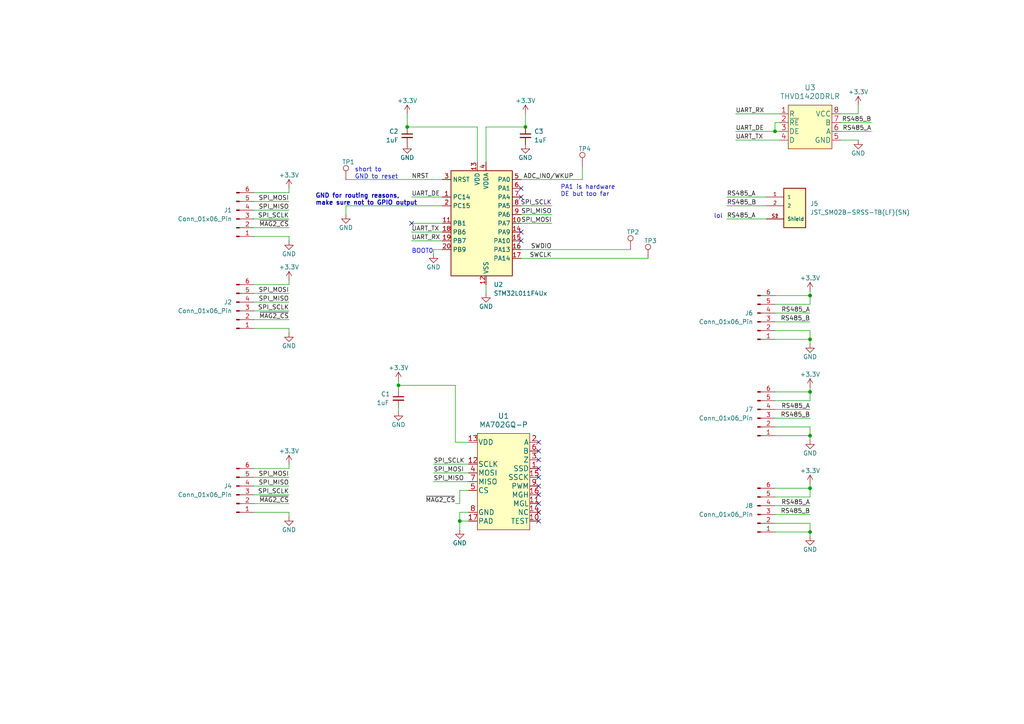
<source format=kicad_sch>
(kicad_sch (version 20230121) (generator eeschema)
  (paper "A4")
  (lib_symbols
    (symbol "Connector:Conn_01x06_Pin" (pin_names (offset 1.016) hide)
      (property "Reference" "J" (at 0 7.62 0))
      (property "Value" "Conn_01x06_Pin" (at 0 -10.16 0))
      (symbol "Conn_01x06_Pin_1_1"
        (polyline (pts (xy 1.27 -7.62) (xy 0.8636 -7.62)) (stroke (width 0.1524)))
        (polyline (pts (xy 1.27 -5.08) (xy 0.8636 -5.08)) (stroke (width 0.1524)))
        (polyline (pts (xy 1.27 -2.54) (xy 0.8636 -2.54)) (stroke (width 0.1524)))
        (polyline (pts (xy 1.27 0) (xy 0.8636 0)) (stroke (width 0.1524)))
        (polyline (pts (xy 1.27 2.54) (xy 0.8636 2.54)) (stroke (width 0.1524)))
        (polyline (pts (xy 1.27 5.08) (xy 0.8636 5.08)) (stroke (width 0.1524)))
        (rectangle (start 0.8636 -7.493) (end 0 -7.747) (stroke (width 0.1524)) (fill (type outline)))
        (rectangle (start 0.8636 -4.953) (end 0 -5.207) (stroke (width 0.1524)) (fill (type outline)))
        (rectangle (start 0.8636 -2.413) (end 0 -2.667) (stroke (width 0.1524)) (fill (type outline)))
        (rectangle (start 0.8636 0.127) (end 0 -0.127) (stroke (width 0.1524)) (fill (type outline)))
        (rectangle (start 0.8636 2.667) (end 0 2.413) (stroke (width 0.1524)) (fill (type outline)))
        (rectangle (start 0.8636 5.207) (end 0 4.953) (stroke (width 0.1524)) (fill (type outline)))
        (pin passive line (at 5.08 5.08 180) (length 3.81) (name "Pin_1") (number "1"))
        (pin passive line (at 5.08 2.54 180) (length 3.81) (name "Pin_2") (number "2"))
        (pin passive line (at 5.08 0 180) (length 3.81) (name "Pin_3") (number "3"))
        (pin passive line (at 5.08 -2.54 180) (length 3.81) (name "Pin_4") (number "4"))
        (pin passive line (at 5.08 -5.08 180) (length 3.81) (name "Pin_5") (number "5"))
        (pin passive line (at 5.08 -7.62 180) (length 3.81) (name "Pin_6") (number "6"))
      )
    )
    (symbol "Connector:TestPoint" (pin_numbers hide) (pin_names (offset 0.762) hide)
      (property "Reference" "TP" (at 0 6.858 0))
      (property "Value" "TestPoint" (at 0 5.08 0))
      (symbol "TestPoint_0_1"
        (circle (center 0 3.302) (radius 0.762))
      )
      (symbol "TestPoint_1_1"
        (pin passive line (at 0 0 90) (length 2.54) (name "1") (number "1"))
      )
    )
    (symbol "Device:C_Small" (pin_numbers hide) (pin_names (offset 0.254) hide)
      (property "Reference" "C" (at 0.254 1.778 0))
      (property "Value" "C_Small" (at 0.254 -2.032 0))
      (symbol "C_Small_0_1"
        (polyline (pts (xy -1.524 -0.508) (xy 1.524 -0.508)) (stroke (width 0.3302)))
        (polyline (pts (xy -1.524 0.508) (xy 1.524 0.508)) (stroke (width 0.3048)))
      )
      (symbol "C_Small_1_1"
        (pin passive line (at 0 2.54 270) (length 2.032) (name "~") (number "1"))
        (pin passive line (at 0 -2.54 90) (length 2.032) (name "~") (number "2"))
      )
    )
    (symbol "MCU_ST_STM32L0:STM32L011F4Ux"
      (property "Reference" "U" (at -7.62 16.51 0))
      (property "Value" "STM32L011F4Ux" (at 5.08 16.51 0))
      (symbol "STM32L011F4Ux_0_1"
        (rectangle (start -7.62 -15.24) (end 10.16 15.24) (stroke (width 0.254)) (fill (type background)))
      )
      (symbol "STM32L011F4Ux_1_1"
        (pin bidirectional line (at -10.16 7.62 0) (length 2.54) (name "PC14") (number "1"))
        (pin bidirectional line (at 12.7 0 180) (length 2.54) (name "PA7") (number "10"))
        (pin bidirectional line (at -10.16 0 0) (length 2.54) (name "PB1") (number "11"))
        (pin power_in line (at 2.54 -17.78 90) (length 2.54) (name "VSS") (number "12"))
        (pin power_in line (at 0 17.78 270) (length 2.54) (name "VDD") (number "13"))
        (pin bidirectional line (at 12.7 -2.54 180) (length 2.54) (name "PA9") (number "14"))
        (pin bidirectional line (at 12.7 -5.08 180) (length 2.54) (name "PA10") (number "15"))
        (pin bidirectional line (at 12.7 -7.62 180) (length 2.54) (name "PA13") (number "16"))
        (pin bidirectional line (at 12.7 -10.16 180) (length 2.54) (name "PA14") (number "17"))
        (pin bidirectional line (at -10.16 -2.54 0) (length 2.54) (name "PB6") (number "18"))
        (pin bidirectional line (at -10.16 -5.08 0) (length 2.54) (name "PB7") (number "19"))
        (pin bidirectional line (at -10.16 5.08 0) (length 2.54) (name "PC15") (number "2"))
        (pin bidirectional line (at -10.16 -7.62 0) (length 2.54) (name "PB9") (number "20"))
        (pin input line (at -10.16 12.7 0) (length 2.54) (name "NRST") (number "3"))
        (pin power_in line (at 2.54 17.78 270) (length 2.54) (name "VDDA") (number "4"))
        (pin bidirectional line (at 12.7 12.7 180) (length 2.54) (name "PA0") (number "5"))
        (pin bidirectional line (at 12.7 10.16 180) (length 2.54) (name "PA1") (number "6"))
        (pin bidirectional line (at 12.7 7.62 180) (length 2.54) (name "PA4") (number "7"))
        (pin bidirectional line (at 12.7 5.08 180) (length 2.54) (name "PA5") (number "8"))
        (pin bidirectional line (at 12.7 2.54 180) (length 2.54) (name "PA6") (number "9"))
      )
    )
    (symbol "O32controller:JST_SM02B-SRSS-TB(LF)(SN)" (pin_names (offset 1.016))
      (property "Reference" "J" (at 0 8.89 0))
      (property "Value" "JST_SM02B-SRSS-TB(LF)(SN)" (at -13.9092 6.3682 0))
      (symbol "JST_SM02B-SRSS-TB(LF)(SN)_0_0"
        (rectangle (start -2.54 5.08) (end 3.81 -6.35) (stroke (width 0.254)) (fill (type background)))
        (pin bidirectional line (at -7.62 2.54 0) (length 5.08) (name "1") (number "1"))
        (pin bidirectional line (at -7.62 0 0) (length 5.08) (name "2") (number "2"))
        (pin power_in line (at -7.62 -3.81 0) (length 5.08) (name "Shield") (number "S1"))
        (pin power_in line (at -7.62 -3.81 0) (length 5.08) (name "Shield") (number "S2"))
      )
    )
    (symbol "O32controller:MA702GQ-P" (pin_names (offset 0.254))
      (property "Reference" "U" (at 0 22.86 0))
      (property "Value" "MA702GQ-P" (at 0 20.32 0))
      (symbol "MA702GQ-P_1_1"
        (rectangle (start -7.62 17.78) (end 7.62 -10.16) (fill (type background)))
        (pin output line (at 10.16 7.62 180) (length 2.54) (name "SSD") (number "1"))
        (pin input line (at 10.16 -7.62 180) (length 2.54) (name "TEST") (number "10"))
        (pin output line (at 10.16 -2.54 180) (length 2.54) (name "MGL") (number "11"))
        (pin input line (at -10.16 8.89 0) (length 2.54) (name "SCLK") (number "12"))
        (pin power_in line (at -10.16 15.24 0) (length 2.54) (name "VDD") (number "13"))
        (pin no_connect line (at 10.16 -5.08 180) (length 2.54) (name "NC") (number "14"))
        (pin input line (at 10.16 5.08 180) (length 2.54) (name "SSCK") (number "15"))
        (pin output line (at 10.16 0 180) (length 2.54) (name "MGH") (number "16"))
        (pin power_in line (at -10.16 -7.62 0) (length 2.54) (name "PAD") (number "17"))
        (pin output line (at 10.16 15.24 180) (length 2.54) (name "A") (number "2"))
        (pin output line (at 10.16 10.16 180) (length 2.54) (name "Z") (number "3"))
        (pin input line (at -10.16 6.35 0) (length 2.54) (name "MOSI") (number "4"))
        (pin input line (at -10.16 1.27 0) (length 2.54) (name "CS") (number "5"))
        (pin output line (at 10.16 12.7 180) (length 2.54) (name "B") (number "6"))
        (pin output line (at -10.16 3.81 0) (length 2.54) (name "MISO") (number "7"))
        (pin power_in line (at -10.16 -5.08 0) (length 2.54) (name "GND") (number "8"))
        (pin output line (at 10.16 2.54 180) (length 2.54) (name "PWM") (number "9"))
      )
    )
    (symbol "O32controller:THVD1420DRLR" (pin_names (offset 0.254))
      (property "Reference" "U" (at 0 10.16 0))
      (property "Value" "THVD1420DRLR" (at -1.27 12.7 0))
      (symbol "THVD1420DRLR_1_1"
        (rectangle (start -6.35 6.35) (end 6.35 -6.35) (fill (type background)))
        (pin output line (at -8.89 3.81 0) (length 2.54) (name "R") (number "1"))
        (pin input line (at -8.89 1.27 0) (length 2.54) (name "~{RE}") (number "2"))
        (pin input line (at -8.89 -1.27 0) (length 2.54) (name "DE") (number "3"))
        (pin input line (at -8.89 -3.81 0) (length 2.54) (name "D") (number "4"))
        (pin power_in line (at 8.89 -3.81 180) (length 2.54) (name "GND") (number "5"))
        (pin bidirectional line (at 8.89 -1.27 180) (length 2.54) (name "A") (number "6"))
        (pin bidirectional line (at 8.89 1.27 180) (length 2.54) (name "B") (number "7"))
        (pin power_in line (at 8.89 3.81 180) (length 2.54) (name "VCC") (number "8"))
      )
    )
    (symbol "power:+3.3V" (power) (pin_names (offset 0))
      (property "Value" "+3.3V" (at 0 3.556 0))
      (symbol "+3.3V_0_1"
        (polyline (pts (xy -0.762 1.27) (xy 0 2.54)))
        (polyline (pts (xy 0 0) (xy 0 2.54)))
        (polyline (pts (xy 0 2.54) (xy 0.762 1.27)))
      )
      (symbol "+3.3V_1_1"
        (pin power_in line (at 0 0 90) (length 0) hide (name "+3.3V") (number "1"))
      )
    )
    (symbol "power:GND" (power) (pin_names (offset 0))
      (property "Value" "GND" (at 0 -3.81 0))
      (symbol "GND_0_1"
        (polyline (pts (xy 0 0) (xy 0 -1.27) (xy 1.27 -1.27) (xy 0 -2.54) (xy -1.27 -1.27) (xy 0 -1.27)))
      )
      (symbol "GND_1_1"
        (pin power_in line (at 0 0 270) (length 0) hide (name "GND") (number "1"))
      )
    )
  )
  (junction (at 133.35 151.13))
  (junction (at 234.95 85.725))
  (junction (at 234.95 113.665))
  (junction (at 118.11 36.83))
  (junction (at 234.95 154.305))
  (junction (at 152.4 36.83))
  (junction (at 234.95 126.365))
  (junction (at 115.57 111.76))
  (junction (at 234.95 98.425))
  (junction (at 224.79 38.1))
  (junction (at 234.95 141.605))
  (no_connect (at 119.38 64.77))
  (no_connect (at 156.21 143.51))
  (no_connect (at 156.21 138.43))
  (no_connect (at 156.21 148.59))
  (no_connect (at 156.21 130.81))
  (no_connect (at 156.21 146.05))
  (no_connect (at 151.13 67.31))
  (no_connect (at 151.13 54.61))
  (no_connect (at 156.21 135.89))
  (no_connect (at 156.21 140.97))
  (no_connect (at 151.13 57.15))
  (no_connect (at 156.21 151.13))
  (no_connect (at 156.21 133.35))
  (no_connect (at 151.13 69.85))
  (no_connect (at 156.21 128.27))
  (wire (pts (xy 224.79 118.745) (xy 234.95 118.745)))
  (wire (pts (xy 118.11 33.02) (xy 118.11 36.83)))
  (wire (pts (xy 83.82 95.25) (xy 73.66 95.25)))
  (wire (pts (xy 73.66 63.5) (xy 83.82 63.5)))
  (wire (pts (xy 224.79 95.885) (xy 234.95 95.885)))
  (wire (pts (xy 234.95 95.885) (xy 234.95 98.425)))
  (wire (pts (xy 73.66 87.63) (xy 83.82 87.63)))
  (wire (pts (xy 133.35 142.24) (xy 135.89 142.24)))
  (wire (pts (xy 224.79 146.685) (xy 234.95 146.685)))
  (wire (pts (xy 83.82 96.52) (xy 83.82 95.25)))
  (wire (pts (xy 224.79 90.805) (xy 234.95 90.805)))
  (wire (pts (xy 234.95 98.425) (xy 224.79 98.425)))
  (wire (pts (xy 125.73 72.39) (xy 128.27 72.39)))
  (wire (pts (xy 151.13 72.39) (xy 182.88 72.39)))
  (wire (pts (xy 151.13 74.93) (xy 187.96 74.93)))
  (wire (pts (xy 73.66 146.05) (xy 83.82 146.05)))
  (wire (pts (xy 224.79 38.1) (xy 226.06 38.1)))
  (wire (pts (xy 224.79 141.605) (xy 234.95 141.605)))
  (wire (pts (xy 140.97 36.83) (xy 140.97 46.99)))
  (wire (pts (xy 243.84 38.1) (xy 252.73 38.1)))
  (wire (pts (xy 234.95 140.335) (xy 234.95 141.605)))
  (wire (pts (xy 213.36 33.02) (xy 226.06 33.02)))
  (wire (pts (xy 83.82 69.85) (xy 83.82 68.58)))
  (wire (pts (xy 234.95 112.395) (xy 234.95 113.665)))
  (wire (pts (xy 115.57 113.03) (xy 115.57 111.76)))
  (wire (pts (xy 133.35 151.13) (xy 135.89 151.13)))
  (wire (pts (xy 234.95 126.365) (xy 224.79 126.365)))
  (wire (pts (xy 151.13 62.23) (xy 160.02 62.23)))
  (wire (pts (xy 234.95 155.575) (xy 234.95 154.305)))
  (wire (pts (xy 125.73 134.62) (xy 135.89 134.62)))
  (wire (pts (xy 133.35 146.05) (xy 133.35 142.24)))
  (wire (pts (xy 133.35 151.13) (xy 133.35 148.59)))
  (wire (pts (xy 115.57 119.38) (xy 115.57 118.11)))
  (wire (pts (xy 73.66 135.89) (xy 83.82 135.89)))
  (wire (pts (xy 73.66 60.96) (xy 83.82 60.96)))
  (wire (pts (xy 140.97 85.09) (xy 140.97 82.55)))
  (wire (pts (xy 73.66 143.51) (xy 83.82 143.51)))
  (wire (pts (xy 213.36 38.1) (xy 224.79 38.1)))
  (wire (pts (xy 115.57 110.49) (xy 115.57 111.76)))
  (wire (pts (xy 226.06 35.56) (xy 224.79 35.56)))
  (wire (pts (xy 119.38 57.15) (xy 128.27 57.15)))
  (wire (pts (xy 73.66 55.88) (xy 83.82 55.88)))
  (wire (pts (xy 168.91 48.26) (xy 168.91 52.07)))
  (wire (pts (xy 243.84 35.56) (xy 252.73 35.56)))
  (wire (pts (xy 234.95 141.605) (xy 234.95 144.145)))
  (wire (pts (xy 210.82 63.5) (xy 222.25 63.5)))
  (wire (pts (xy 234.95 99.695) (xy 234.95 98.425)))
  (wire (pts (xy 224.79 35.56) (xy 224.79 38.1)))
  (wire (pts (xy 224.79 116.205) (xy 234.95 116.205)))
  (wire (pts (xy 224.79 93.345) (xy 234.95 93.345)))
  (wire (pts (xy 224.79 149.225) (xy 234.95 149.225)))
  (wire (pts (xy 100.33 59.69) (xy 128.27 59.69)))
  (wire (pts (xy 234.95 127.635) (xy 234.95 126.365)))
  (wire (pts (xy 73.66 140.97) (xy 83.82 140.97)))
  (wire (pts (xy 119.38 64.77) (xy 128.27 64.77)))
  (wire (pts (xy 140.97 36.83) (xy 152.4 36.83)))
  (wire (pts (xy 100.33 59.69) (xy 100.33 62.23)))
  (wire (pts (xy 234.95 113.665) (xy 234.95 116.205)))
  (wire (pts (xy 119.38 67.31) (xy 128.27 67.31)))
  (wire (pts (xy 125.73 73.66) (xy 125.73 72.39)))
  (wire (pts (xy 248.92 33.02) (xy 243.84 33.02)))
  (wire (pts (xy 152.4 36.83) (xy 152.4 33.02)))
  (wire (pts (xy 234.95 84.455) (xy 234.95 85.725)))
  (wire (pts (xy 83.82 54.61) (xy 83.82 55.88)))
  (wire (pts (xy 224.79 113.665) (xy 234.95 113.665)))
  (wire (pts (xy 73.66 66.04) (xy 83.82 66.04)))
  (wire (pts (xy 243.84 40.64) (xy 248.92 40.64)))
  (wire (pts (xy 151.13 52.07) (xy 168.91 52.07)))
  (wire (pts (xy 73.66 85.09) (xy 83.82 85.09)))
  (wire (pts (xy 118.11 36.83) (xy 138.43 36.83)))
  (wire (pts (xy 224.79 88.265) (xy 234.95 88.265)))
  (wire (pts (xy 132.08 128.27) (xy 135.89 128.27)))
  (wire (pts (xy 213.36 40.64) (xy 226.06 40.64)))
  (wire (pts (xy 100.33 52.07) (xy 128.27 52.07)))
  (wire (pts (xy 234.95 85.725) (xy 234.95 88.265)))
  (wire (pts (xy 133.35 148.59) (xy 135.89 148.59)))
  (wire (pts (xy 224.79 85.725) (xy 234.95 85.725)))
  (wire (pts (xy 151.13 59.69) (xy 160.02 59.69)))
  (wire (pts (xy 125.73 137.16) (xy 135.89 137.16)))
  (wire (pts (xy 125.73 139.7) (xy 135.89 139.7)))
  (wire (pts (xy 83.82 134.62) (xy 83.82 135.89)))
  (wire (pts (xy 73.66 82.55) (xy 83.82 82.55)))
  (wire (pts (xy 73.66 92.71) (xy 83.82 92.71)))
  (wire (pts (xy 234.95 151.765) (xy 234.95 154.305)))
  (wire (pts (xy 210.82 57.15) (xy 222.25 57.15)))
  (wire (pts (xy 234.95 154.305) (xy 224.79 154.305)))
  (wire (pts (xy 248.92 30.48) (xy 248.92 33.02)))
  (wire (pts (xy 210.82 59.69) (xy 222.25 59.69)))
  (wire (pts (xy 133.35 153.67) (xy 133.35 151.13)))
  (wire (pts (xy 83.82 68.58) (xy 73.66 68.58)))
  (wire (pts (xy 83.82 81.28) (xy 83.82 82.55)))
  (wire (pts (xy 119.38 69.85) (xy 128.27 69.85)))
  (wire (pts (xy 151.13 64.77) (xy 160.02 64.77)))
  (wire (pts (xy 138.43 36.83) (xy 138.43 46.99)))
  (wire (pts (xy 224.79 121.285) (xy 234.95 121.285)))
  (wire (pts (xy 115.57 111.76) (xy 132.08 111.76)))
  (wire (pts (xy 83.82 148.59) (xy 73.66 148.59)))
  (wire (pts (xy 73.66 58.42) (xy 83.82 58.42)))
  (wire (pts (xy 234.95 123.825) (xy 234.95 126.365)))
  (wire (pts (xy 224.79 144.145) (xy 234.95 144.145)))
  (wire (pts (xy 73.66 90.17) (xy 83.82 90.17)))
  (wire (pts (xy 132.08 146.05) (xy 133.35 146.05)))
  (wire (pts (xy 132.08 111.76) (xy 132.08 128.27)))
  (wire (pts (xy 224.79 151.765) (xy 234.95 151.765)))
  (wire (pts (xy 83.82 149.86) (xy 83.82 148.59)))
  (wire (pts (xy 73.66 138.43) (xy 83.82 138.43)))
  (wire (pts (xy 224.79 123.825) (xy 234.95 123.825)))
  (text "GND for routing reasons,\nmake sure not to GPIO output" (at 91.44 59.69 0) (effects (font (size 1.27 1.27) (thickness 0.254) bold) (justify left bottom)))
  (text "BOOT0" (at 119.38 73.66 0) (effects (font (size 1.27 1.27)) (justify left bottom)))
  (text "PA1 is hardware \nDE but too far" (at 162.56 57.15 0) (effects (font (size 1.27 1.27)) (justify left bottom)))
  (text "short to \nGND to reset" (at 102.87 52.07 0) (effects (font (size 1.27 1.27)) (justify left bottom)))
  (text "lol" (at 207.01 63.5 0) (effects (font (size 1.27 1.27)) (justify left bottom)))
  (label "SPI_SCLK" (at 160.02 59.69 180))
  (label "SPI_MOSI" (at 83.82 138.43 180))
  (label "RS485_A" (at 210.82 63.5 0))
  (label "SPI_MISO" (at 125.73 139.7 0))
  (label "RS485_B" (at 210.82 59.69 0))
  (label "SPI_SCLK" (at 83.82 63.5 180))
  (label "RS485_A" (at 234.95 146.685 180))
  (label "RS485_A" (at 234.95 90.805 180))
  (label "UART_TX" (at 119.38 67.31 0))
  (label "UART_RX" (at 213.36 33.02 0))
  (label "RS485_B" (at 234.95 121.285 180))
  (label "SWDIO" (at 160.02 72.39 180))
  (label "SPI_MOSI" (at 125.73 137.16 0))
  (label "UART_RX" (at 119.38 69.85 0))
  (label "UART_TX" (at 213.36 40.64 0))
  (label "RS485_B" (at 234.95 149.225 180))
  (label "~{MAG2_CS}" (at 83.82 92.71 180))
  (label "SPI_MISO" (at 83.82 140.97 180))
  (label "RS485_A" (at 234.95 118.745 180))
  (label "~{MAG2_CS}" (at 83.82 66.04 180))
  (label "RS485_A" (at 210.82 57.15 0))
  (label "~{MAG2_CS}" (at 132.08 146.05 180))
  (label "SPI_MOSI" (at 160.02 64.77 180))
  (label "SPI_SCLK" (at 125.73 134.62 0))
  (label "SPI_MOSI" (at 83.82 85.09 180))
  (label "SPI_MISO" (at 83.82 87.63 180))
  (label "ADC_IN0{slash}WKUP" (at 166.37 52.07 180))
  (label "UART_DE" (at 119.38 57.15 0))
  (label "NRST" (at 119.38 52.07 0))
  (label "~{MAG2_CS}" (at 83.82 146.05 180))
  (label "RS485_A" (at 252.73 38.1 180))
  (label "UART_DE" (at 213.36 38.1 0))
  (label "SPI_SCLK" (at 83.82 143.51 180))
  (label "SPI_MOSI" (at 83.82 58.42 180))
  (label "RS485_B" (at 234.95 93.345 180))
  (label "SPI_MISO" (at 160.02 62.23 180))
  (label "SWCLK" (at 160.02 74.93 180))
  (label "RS485_B" (at 252.73 35.56 180))
  (label "SPI_MISO" (at 83.82 60.96 180))
  (label "SPI_SCLK" (at 83.82 90.17 180))
  (symbol (lib_id "power:GND") (at 118.11 41.91 0) (mirror y) (unit 1)
    (property "Reference" "#PWR012" (effects hide))
    (property "Value" "GND" (at 118.11 45.72 0))
  )
  (symbol (lib_id "power:GND") (at 234.95 99.695 0) (mirror y) (unit 1)
    (property "Reference" "#PWR021" (effects hide))
    (property "Value" "GND" (at 234.95 103.505 0))
  )
  (symbol (lib_id "power:+3.3V") (at 83.82 134.62 0) (mirror y) (unit 1)
    (property "Reference" "#PWR09" (effects hide))
    (property "Value" "+3.3V" (at 83.82 130.81 0))
  )
  (symbol (lib_id "power:+3.3V") (at 234.95 140.335 0) (mirror y) (unit 1)
    (property "Reference" "#PWR024" (effects hide))
    (property "Value" "+3.3V" (at 234.95 136.525 0))
  )
  (symbol (lib_id "Connector:TestPoint") (at 168.91 48.26 0) (unit 1) (in_bom no)
    (property "Reference" "TP4" (at 171.45 43.18 0) (effects (justify right)))
    (property "Value" "TestPoint" (effects hide))
    (property "Footprint" "O32controller:TestPoint_Pad_Rect" (effects hide))
  )
  (symbol (lib_id "power:GND") (at 234.95 155.575 0) (mirror y) (unit 1)
    (property "Reference" "#PWR025" (effects hide))
    (property "Value" "GND" (at 234.95 159.385 0))
  )
  (symbol (lib_id "power:GND") (at 248.92 40.64 0) (unit 1)
    (property "Reference" "#PWR016" (effects hide))
    (property "Value" "GND" (at 248.92 44.45 0))
  )
  (symbol (lib_id "power:GND") (at 125.73 73.66 0) (mirror y) (unit 1)
    (property "Reference" "#PWR019" (effects hide))
    (property "Value" "GND" (at 125.73 77.47 0))
  )
  (symbol (lib_id "Connector:Conn_01x06_Pin") (at 68.58 143.51 0) (mirror x) (unit 1)
    (property "Reference" "J4" (at 67.31 140.97 0) (effects (justify right)))
    (property "Value" "Conn_01x06_Pin" (at 67.31 143.51 0) (effects (justify right)))
    (property "Footprint" "O32controller:FFC_0.5mm_6p" (effects hide))
  )
  (symbol (lib_id "Connector:Conn_01x06_Pin") (at 219.71 93.345 0) (mirror x) (unit 1)
    (property "Reference" "J6" (at 218.44 90.805 0) (effects (justify right)))
    (property "Value" "Conn_01x06_Pin" (at 218.44 93.345 0) (effects (justify right)))
    (property "Footprint" "O32controller:FFC_0.5mm_6p" (effects hide))
  )
  (symbol (lib_id "power:+3.3V") (at 83.82 81.28 0) (mirror y) (unit 1)
    (property "Reference" "#PWR05" (effects hide))
    (property "Value" "+3.3V" (at 83.82 77.47 0))
  )
  (symbol (lib_id "power:+3.3V") (at 234.95 112.395 0) (mirror y) (unit 1)
    (property "Reference" "#PWR022" (effects hide))
    (property "Value" "+3.3V" (at 234.95 108.585 0))
  )
  (symbol (lib_id "Connector:Conn_01x06_Pin") (at 68.58 90.17 0) (mirror x) (unit 1)
    (property "Reference" "J2" (at 67.31 87.63 0) (effects (justify right)))
    (property "Value" "Conn_01x06_Pin" (at 67.31 90.17 0) (effects (justify right)))
    (property "Footprint" "O32controller:FFC_0.5mm_6p" (effects hide))
  )
  (symbol (lib_id "Device:C_Small") (at 118.11 39.37 0) (mirror y) (unit 1)
    (property "Reference" "C2" (at 115.57 38.1063 0) (effects (justify left)))
    (property "Value" "1uF" (at 115.57 40.6463 0) (effects (justify left)))
    (property "Footprint" "Capacitor_SMD:C_0402_1005Metric" (effects hide))
  )
  (symbol (lib_id "power:+3.3V") (at 234.95 84.455 0) (mirror y) (unit 1)
    (property "Reference" "#PWR020" (effects hide))
    (property "Value" "+3.3V" (at 234.95 80.645 0))
  )
  (symbol (lib_id "Connector:Conn_01x06_Pin") (at 219.71 149.225 0) (mirror x) (unit 1)
    (property "Reference" "J8" (at 218.44 146.685 0) (effects (justify right)))
    (property "Value" "Conn_01x06_Pin" (at 218.44 149.225 0) (effects (justify right)))
    (property "Footprint" "O32controller:FFC_0.5mm_6p" (effects hide))
  )
  (symbol (lib_id "power:GND") (at 140.97 85.09 0) (mirror y) (unit 1)
    (property "Reference" "#PWR017" (effects hide))
    (property "Value" "GND" (at 140.97 88.9 0))
  )
  (symbol (lib_id "O32controller:JST_SM02B-SRSS-TB(LF)(SN)") (at 229.87 59.69 0) (unit 1)
    (property "Reference" "J5" (at 234.95 59.055 0) (effects (justify left)))
    (property "Value" "JST_SM02B-SRSS-TB(LF)(SN)" (at 234.95 61.595 0) (effects (justify left)))
    (property "Footprint" "O32controller:JST_SM02B-SRSS-TB(LF)(SN)" (effects hide))
    (property "Datasheet" "https://www.snapeda.com/parts/SM04B-SRSS-TB(LF)(SN)/JST%20Sales/datasheet/" (effects hide))
    (property "MP" "SM02B-SRSS-TB_LF__SN_" (effects hide))
  )
  (symbol (lib_id "Connector:Conn_01x06_Pin") (at 68.58 63.5 0) (mirror x) (unit 1)
    (property "Reference" "J1" (at 67.31 60.96 0) (effects (justify right)))
    (property "Value" "Conn_01x06_Pin" (at 67.31 63.5 0) (effects (justify right)))
    (property "Footprint" "O32controller:FFC_0.5mm_6p" (effects hide))
  )
  (symbol (lib_id "power:GND") (at 83.82 96.52 0) (mirror y) (unit 1)
    (property "Reference" "#PWR06" (effects hide))
    (property "Value" "GND" (at 83.82 100.33 0))
  )
  (symbol (lib_id "O32controller:THVD1420DRLR") (at 234.95 36.83 0) (unit 1)
    (property "Reference" "U3" (at 234.95 25.4 0) (effects (font (size 1.524 1.524))))
    (property "Value" "THVD1420DRLR" (at 234.95 27.94 0) (effects (font (size 1.524 1.524))))
    (property "Footprint" "O32controller:THVD1420DRLR_SOT-585" (effects hide))
    (property "Datasheet" "https://www.ti.com/lit/ds/symlink/thvd1400.pdf" (effects hide))
  )
  (symbol (lib_id "Connector:TestPoint") (at 187.96 74.93 0) (unit 1) (in_bom no)
    (property "Reference" "TP3" (at 190.5 69.85 0) (effects (justify right)))
    (property "Value" "TestPoint" (effects hide))
    (property "Footprint" "O32controller:TestPoint_Pad_Rect" (effects hide))
  )
  (symbol (lib_id "MCU_ST_STM32L0:STM32L011F4Ux") (at 138.43 64.77 0) (unit 1)
    (property "Reference" "U2" (at 143.1641 82.55 0) (effects (justify left)))
    (property "Value" "STM32L011F4Ux" (at 143.1641 85.09 0) (effects (justify left)))
    (property "Footprint" "Package_DFN_QFN:ST_UFQFPN-20_3x3mm_P0.5mm" (effects hide))
    (property "Datasheet" "https://www.st.com/resource/en/datasheet/stm32l011f4.pdf" (effects hide))
  )
  (symbol (lib_id "power:GND") (at 152.4 41.91 0) (mirror y) (unit 1)
    (property "Reference" "#PWR014" (effects hide))
    (property "Value" "GND" (at 152.4 45.72 0))
  )
  (symbol (lib_id "power:GND") (at 115.57 119.38 0) (unit 1)
    (property "Reference" "#PWR02" (effects hide))
    (property "Value" "GND" (at 115.57 123.19 0))
  )
  (symbol (lib_id "power:GND") (at 133.35 153.67 0) (unit 1)
    (property "Reference" "#PWR018" (effects hide))
    (property "Value" "GND" (at 133.35 157.48 0))
  )
  (symbol (lib_id "power:GND") (at 234.95 127.635 0) (mirror y) (unit 1)
    (property "Reference" "#PWR023" (effects hide))
    (property "Value" "GND" (at 234.95 131.445 0))
  )
  (symbol (lib_id "Device:C_Small") (at 152.4 39.37 0) (unit 1)
    (property "Reference" "C3" (at 154.94 38.1063 0) (effects (justify left)))
    (property "Value" "1uF" (at 154.94 40.6463 0) (effects (justify left)))
    (property "Footprint" "Capacitor_SMD:C_0402_1005Metric" (effects hide))
  )
  (symbol (lib_id "power:GND") (at 83.82 149.86 0) (mirror y) (unit 1)
    (property "Reference" "#PWR010" (effects hide))
    (property "Value" "GND" (at 83.82 153.67 0))
  )
  (symbol (lib_id "Connector:Conn_01x06_Pin") (at 219.71 121.285 0) (mirror x) (unit 1)
    (property "Reference" "J7" (at 218.44 118.745 0) (effects (justify right)))
    (property "Value" "Conn_01x06_Pin" (at 218.44 121.285 0) (effects (justify right)))
    (property "Footprint" "O32controller:FFC_0.5mm_6p" (effects hide))
  )
  (symbol (lib_id "power:+3.3V") (at 248.92 30.48 0) (unit 1)
    (property "Reference" "#PWR015" (effects hide))
    (property "Value" "+3.3V" (at 248.92 26.67 0))
  )
  (symbol (lib_id "power:GND") (at 100.33 62.23 0) (mirror y) (unit 1)
    (property "Reference" "#PWR026" (effects hide))
    (property "Value" "GND" (at 100.33 66.04 0))
  )
  (symbol (lib_id "power:+3.3V") (at 118.11 33.02 0) (mirror y) (unit 1)
    (property "Reference" "#PWR011" (effects hide))
    (property "Value" "+3.3V" (at 118.11 29.21 0))
  )
  (symbol (lib_id "Device:C_Small") (at 115.57 115.57 0) (unit 1)
    (property "Reference" "C1" (at 110.49 114.3 0) (effects (justify left)))
    (property "Value" "1uF" (at 109.22 116.84 0) (effects (justify left)))
    (property "Footprint" "Capacitor_SMD:C_0402_1005Metric" (effects hide))
    (property "Vendor" "LCSC" (effects hide))
    (property "Vendor#" "C126521" (effects hide))
    (property "MPN" "GCM155C71A105KE38D" (effects hide))
  )
  (symbol (lib_id "power:+3.3V") (at 83.82 54.61 0) (mirror y) (unit 1)
    (property "Reference" "#PWR03" (effects hide))
    (property "Value" "+3.3V" (at 83.82 50.8 0))
  )
  (symbol (lib_id "Connector:TestPoint") (at 100.33 52.07 0) (unit 1) (in_bom no)
    (property "Reference" "TP1" (at 102.87 46.99 0) (effects (justify right)))
    (property "Value" "TestPoint" (effects hide))
    (property "Footprint" "O32controller:TestPoint_Pad_Rect" (effects hide))
  )
  (symbol (lib_id "Connector:TestPoint") (at 182.88 72.39 0) (unit 1) (in_bom no)
    (property "Reference" "TP2" (at 185.42 67.31 0) (effects (justify right)))
    (property "Value" "TestPoint" (effects hide))
    (property "Footprint" "O32controller:TestPoint_Pad_Rect" (effects hide))
  )
  (symbol (lib_id "power:+3.3V") (at 152.4 33.02 0) (mirror y) (unit 1)
    (property "Reference" "#PWR013" (effects hide))
    (property "Value" "+3.3V" (at 152.4 29.21 0))
  )
  (symbol (lib_id "power:GND") (at 83.82 69.85 0) (mirror y) (unit 1)
    (property "Reference" "#PWR04" (effects hide))
    (property "Value" "GND" (at 83.82 73.66 0))
  )
  (symbol (lib_id "power:+3.3V") (at 115.57 110.49 0) (unit 1)
    (property "Reference" "#PWR01" (effects hide))
    (property "Value" "+3.3V" (at 115.57 106.68 0))
  )
  (symbol (lib_id "O32controller:MA702GQ-P") (at 146.05 143.51 0) (unit 1)
    (property "Reference" "U1" (at 146.05 120.65 0) (effects (font (size 1.524 1.524))))
    (property "Value" "MA702GQ-P" (at 146.05 123.19 0) (effects (font (size 1.524 1.524))))
    (property "Footprint" "O32controller:MA702GQ-P" (effects hide))
  )
)
</source>
